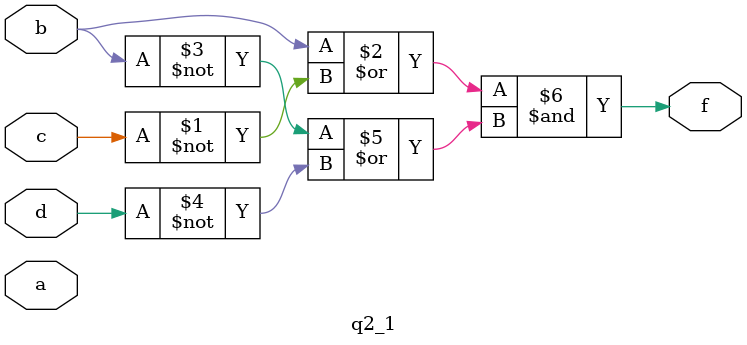
<source format=v>
module q2_1(a,b,c,d,f);
input a,b,c,d;
output f;
assign f = (b | ~c) & (~b | ~d);
endmodule

</source>
